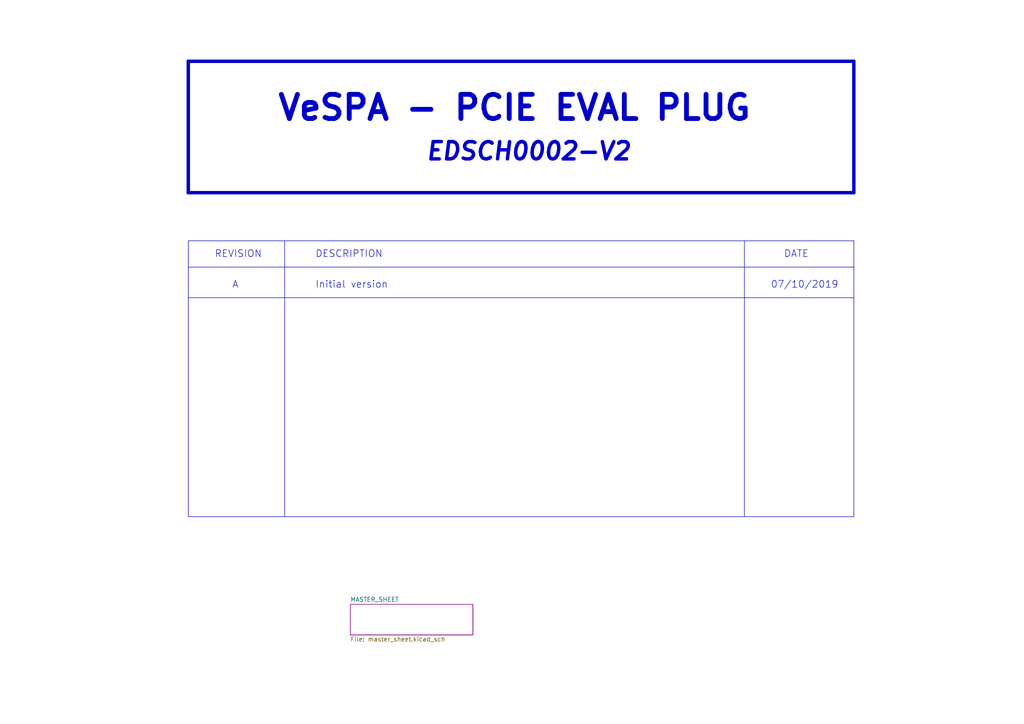
<source format=kicad_sch>
(kicad_sch (version 20200714) (host eeschema "(5.99.0-2858-ga3fc028c9b)")

  (page 1 5)

  (paper "A4")

  (title_block
    (date "07/10/2019")
    (rev "A")
    (comment 2 "VeSPA - PCIe eval plug")
    (comment 3 " ")
    (comment 4 " ")
  )

  (lib_symbols
  )


  (polyline (pts (xy 54.61 17.78) (xy 54.61 55.88))
    (stroke (width 0.9906) (type solid) (color 0 0 0 0))
  )
  (polyline (pts (xy 54.61 55.88) (xy 247.65 55.88))
    (stroke (width 0.9906) (type solid) (color 0 0 0 0))
  )
  (polyline (pts (xy 54.61 69.85) (xy 54.61 149.86))
    (stroke (width 0) (type solid) (color 0 0 0 0))
  )
  (polyline (pts (xy 54.61 69.85) (xy 247.65 69.85))
    (stroke (width 0) (type solid) (color 0 0 0 0))
  )
  (polyline (pts (xy 54.61 149.86) (xy 247.65 149.86))
    (stroke (width 0) (type solid) (color 0 0 0 0))
  )
  (polyline (pts (xy 82.55 69.85) (xy 82.55 149.86))
    (stroke (width 0) (type solid) (color 0 0 0 0))
  )
  (polyline (pts (xy 215.9 69.85) (xy 215.9 149.86))
    (stroke (width 0) (type solid) (color 0 0 0 0))
  )
  (polyline (pts (xy 247.65 17.78) (xy 54.61 17.78))
    (stroke (width 0.9906) (type solid) (color 0 0 0 0))
  )
  (polyline (pts (xy 247.65 55.88) (xy 247.65 17.78))
    (stroke (width 0.9906) (type solid) (color 0 0 0 0))
  )
  (polyline (pts (xy 247.65 69.85) (xy 247.65 149.86))
    (stroke (width 0) (type solid) (color 0 0 0 0))
  )
  (polyline (pts (xy 247.65 77.47) (xy 54.61 77.47))
    (stroke (width 0) (type solid) (color 0 0 0 0))
  )
  (polyline (pts (xy 247.65 86.36) (xy 54.61 86.36))
    (stroke (width 0) (type solid) (color 0 0 0 0))
  )

  (text "REVISION" (at 62.23 74.93 0)
    (effects (font (size 2.0066 2.0066)) (justify left bottom))
  )
  (text "A" (at 67.31 83.82 0)
    (effects (font (size 2.007 2.007)) (justify left bottom))
  )
  (text "VeSPA - PCIE EVAL PLUG" (at 80.01 35.56 0)
    (effects (font (size 7.0104 7.0104) (thickness 1.4021) bold) (justify left bottom))
  )
  (text "DESCRIPTION" (at 91.44 74.93 0)
    (effects (font (size 2.0066 2.0066)) (justify left bottom))
  )
  (text "Initial version" (at 91.44 83.82 0)
    (effects (font (size 2.007 2.007)) (justify left bottom))
  )
  (text "EDSCH0002-V2" (at 123.19 46.99 0)
    (effects (font (size 5.0038 5.0038) (thickness 1.0008) bold italic) (justify left bottom))
  )
  (text "07/10/2019" (at 223.52 83.82 0)
    (effects (font (size 2.007 2.007)) (justify left bottom))
  )
  (text "DATE" (at 227.33 74.93 0)
    (effects (font (size 2.0066 2.0066)) (justify left bottom))
  )

  (sheet (at 101.6 175.26) (size 35.56 8.89)
    (stroke (width 0) (type solid) (color 132 0 132 1))
    (fill (color 255 255 255 0.0000))
    (uuid 00000000-0000-0000-0000-00005dbd2ae3)
    (property "Sheet name" "MASTER_SHEET" (id 0) (at 101.6 174.6245 0)
      (effects (font (size 1.27 1.27)) (justify left bottom))
    )
    (property "Sheet file" "master_sheet.kicad_sch" (id 1) (at 101.6 184.6585 0)
      (effects (font (size 1.27 1.27)) (justify left top))
    )
  )

  (symbol_instances
    (path "/00000000-0000-0000-0000-00005dbd2ae3/00000000-0000-0000-0000-00005dbd2b73/00000000-0000-0000-0000-00005dc4f4f5"
      (reference "#PWR01") (unit 1)
    )
    (path "/00000000-0000-0000-0000-00005dbd2ae3/00000000-0000-0000-0000-00005dbd2b73/00000000-0000-0000-0000-00005dd53416"
      (reference "#PWR02") (unit 1)
    )
    (path "/00000000-0000-0000-0000-00005dbd2ae3/00000000-0000-0000-0000-00005dbd2b73/00000000-0000-0000-0000-00005e24c12c"
      (reference "#PWR04") (unit 1)
    )
    (path "/00000000-0000-0000-0000-00005dbd2ae3/00000000-0000-0000-0000-00005dbd2b73/00000000-0000-0000-0000-00005dcaacf9"
      (reference "#PWR05") (unit 1)
    )
    (path "/00000000-0000-0000-0000-00005dbd2ae3/00000000-0000-0000-0000-00005dbd2b73/00000000-0000-0000-0000-00005dcace5f"
      (reference "#PWR06") (unit 1)
    )
    (path "/00000000-0000-0000-0000-00005dbd2ae3/00000000-0000-0000-0000-00005dbd2b73/00000000-0000-0000-0000-00005e3446f3"
      (reference "#PWR031") (unit 1)
    )
    (path "/00000000-0000-0000-0000-00005dbd2ae3/00000000-0000-0000-0000-00005dbd2b73/00000000-0000-0000-0000-00005e33d2e3"
      (reference "#PWR069") (unit 1)
    )
    (path "/00000000-0000-0000-0000-00005dbd2ae3/00000000-0000-0000-0000-00005dbd2b73/00000000-0000-0000-0000-00005e3358eb"
      (reference "D1") (unit 1)
    )
    (path "/00000000-0000-0000-0000-00005dbd2ae3/00000000-0000-0000-0000-00005dbd2b73/00000000-0000-0000-0000-00005e25d34e"
      (reference "J1") (unit 1)
    )
    (path "/00000000-0000-0000-0000-00005dbd2ae3/00000000-0000-0000-0000-00005dbd2b73/00000000-0000-0000-0000-00005e30357b"
      (reference "J3") (unit 1)
    )
    (path "/00000000-0000-0000-0000-00005dbd2ae3/00000000-0000-0000-0000-00005dbd2b73/00000000-0000-0000-0000-00005e1f7029"
      (reference "R38") (unit 1)
    )
    (path "/00000000-0000-0000-0000-00005dbd2ae3/00000000-0000-0000-0000-00005dbd2b73/00000000-0000-0000-0000-00005e3446f5"
      (reference "R39") (unit 1)
    )
    (path "/00000000-0000-0000-0000-00005dbd2ae3/00000000-0000-0000-0000-00005dbd2b73/00000000-0000-0000-0000-00005e33c973"
      (reference "R40") (unit 1)
    )
    (path "/00000000-0000-0000-0000-00005dbd2ae3/00000000-0000-0000-0000-00005dbd2beb/00000000-0000-0000-0000-00005e232642"
      (reference "#PWR07") (unit 1)
    )
    (path "/00000000-0000-0000-0000-00005dbd2ae3/00000000-0000-0000-0000-00005dbd2beb/00000000-0000-0000-0000-00005db322a2"
      (reference "#PWR08") (unit 1)
    )
    (path "/00000000-0000-0000-0000-00005dbd2ae3/00000000-0000-0000-0000-00005dbd2beb/00000000-0000-0000-0000-00005db235ec"
      (reference "#PWR09") (unit 1)
    )
    (path "/00000000-0000-0000-0000-00005dbd2ae3/00000000-0000-0000-0000-00005dbd2beb/00000000-0000-0000-0000-00005db17b41"
      (reference "#PWR010") (unit 1)
    )
    (path "/00000000-0000-0000-0000-00005dbd2ae3/00000000-0000-0000-0000-00005dbd2beb/00000000-0000-0000-0000-00005e232fe1"
      (reference "#PWR011") (unit 1)
    )
    (path "/00000000-0000-0000-0000-00005dbd2ae3/00000000-0000-0000-0000-00005dbd2beb/00000000-0000-0000-0000-00005dbb7b4f"
      (reference "#PWR012") (unit 1)
    )
    (path "/00000000-0000-0000-0000-00005dbd2ae3/00000000-0000-0000-0000-00005dbd2beb/00000000-0000-0000-0000-00005e2335f3"
      (reference "#PWR013") (unit 1)
    )
    (path "/00000000-0000-0000-0000-00005dbd2ae3/00000000-0000-0000-0000-00005dbd2beb/00000000-0000-0000-0000-00005e2354c2"
      (reference "#PWR014") (unit 1)
    )
    (path "/00000000-0000-0000-0000-00005dbd2ae3/00000000-0000-0000-0000-00005dbd2beb/00000000-0000-0000-0000-00005db36ca3"
      (reference "#PWR015") (unit 1)
    )
    (path "/00000000-0000-0000-0000-00005dbd2ae3/00000000-0000-0000-0000-00005dbd2beb/00000000-0000-0000-0000-00005de4a25d"
      (reference "#PWR016") (unit 1)
    )
    (path "/00000000-0000-0000-0000-00005dbd2ae3/00000000-0000-0000-0000-00005dbd2beb/00000000-0000-0000-0000-00005e2363f6"
      (reference "#PWR017") (unit 1)
    )
    (path "/00000000-0000-0000-0000-00005dbd2ae3/00000000-0000-0000-0000-00005dbd2beb/00000000-0000-0000-0000-00005db3fbeb"
      (reference "#PWR018") (unit 1)
    )
    (path "/00000000-0000-0000-0000-00005dbd2ae3/00000000-0000-0000-0000-00005dbd2beb/00000000-0000-0000-0000-00005e233ad1"
      (reference "#PWR019") (unit 1)
    )
    (path "/00000000-0000-0000-0000-00005dbd2ae3/00000000-0000-0000-0000-00005dbd2beb/00000000-0000-0000-0000-00005e23691e"
      (reference "#PWR020") (unit 1)
    )
    (path "/00000000-0000-0000-0000-00005dbd2ae3/00000000-0000-0000-0000-00005dbd2beb/00000000-0000-0000-0000-00005db435aa"
      (reference "#PWR021") (unit 1)
    )
    (path "/00000000-0000-0000-0000-00005dbd2ae3/00000000-0000-0000-0000-00005dbd2beb/00000000-0000-0000-0000-00005dcf032a"
      (reference "#PWR022") (unit 1)
    )
    (path "/00000000-0000-0000-0000-00005dbd2ae3/00000000-0000-0000-0000-00005dbd2beb/00000000-0000-0000-0000-00005e2340c0"
      (reference "#PWR023") (unit 1)
    )
    (path "/00000000-0000-0000-0000-00005dbd2ae3/00000000-0000-0000-0000-00005dbd2beb/00000000-0000-0000-0000-00005dcf02dc"
      (reference "#PWR024") (unit 1)
    )
    (path "/00000000-0000-0000-0000-00005dbd2ae3/00000000-0000-0000-0000-00005dbd2beb/00000000-0000-0000-0000-00005e236ccc"
      (reference "#PWR025") (unit 1)
    )
    (path "/00000000-0000-0000-0000-00005dbd2ae3/00000000-0000-0000-0000-00005dbd2beb/00000000-0000-0000-0000-00005db44b19"
      (reference "#PWR026") (unit 1)
    )
    (path "/00000000-0000-0000-0000-00005dbd2ae3/00000000-0000-0000-0000-00005dbd2beb/00000000-0000-0000-0000-00005e23469f"
      (reference "#PWR027") (unit 1)
    )
    (path "/00000000-0000-0000-0000-00005dbd2ae3/00000000-0000-0000-0000-00005dbd2beb/00000000-0000-0000-0000-00005dcf030c"
      (reference "#PWR028") (unit 1)
    )
    (path "/00000000-0000-0000-0000-00005dbd2ae3/00000000-0000-0000-0000-00005dbd2beb/00000000-0000-0000-0000-00005e23aeb3"
      (reference "C1") (unit 1)
    )
    (path "/00000000-0000-0000-0000-00005dbd2ae3/00000000-0000-0000-0000-00005dbd2beb/00000000-0000-0000-0000-00005e23d36c"
      (reference "C2") (unit 1)
    )
    (path "/00000000-0000-0000-0000-00005dbd2ae3/00000000-0000-0000-0000-00005dbd2beb/00000000-0000-0000-0000-00005e23db4b"
      (reference "C3") (unit 1)
    )
    (path "/00000000-0000-0000-0000-00005dbd2ae3/00000000-0000-0000-0000-00005dbd2beb/00000000-0000-0000-0000-00005e23db5b"
      (reference "C4") (unit 1)
    )
    (path "/00000000-0000-0000-0000-00005dbd2ae3/00000000-0000-0000-0000-00005dbd2beb/00000000-0000-0000-0000-00005e23ea75"
      (reference "C5") (unit 1)
    )
    (path "/00000000-0000-0000-0000-00005dbd2ae3/00000000-0000-0000-0000-00005dbd2beb/00000000-0000-0000-0000-00005e23ea95"
      (reference "C6") (unit 1)
    )
    (path "/00000000-0000-0000-0000-00005dbd2ae3/00000000-0000-0000-0000-00005dbd2beb/00000000-0000-0000-0000-00005e23ea65"
      (reference "C7") (unit 1)
    )
    (path "/00000000-0000-0000-0000-00005dbd2ae3/00000000-0000-0000-0000-00005dbd2beb/00000000-0000-0000-0000-00005e23ea85"
      (reference "C8") (unit 1)
    )
    (path "/00000000-0000-0000-0000-00005dbd2ae3/00000000-0000-0000-0000-00005dbd2beb/00000000-0000-0000-0000-00005e238620"
      (reference "C9") (unit 1)
    )
    (path "/00000000-0000-0000-0000-00005dbd2ae3/00000000-0000-0000-0000-00005dbd2beb/00000000-0000-0000-0000-00005e238c16"
      (reference "C10") (unit 1)
    )
    (path "/00000000-0000-0000-0000-00005dbd2ae3/00000000-0000-0000-0000-00005dbd2beb/00000000-0000-0000-0000-00005e237bb9"
      (reference "C11") (unit 1)
    )
    (path "/00000000-0000-0000-0000-00005dbd2ae3/00000000-0000-0000-0000-00005dbd2beb/00000000-0000-0000-0000-00005e2391b6"
      (reference "C12") (unit 1)
    )
    (path "/00000000-0000-0000-0000-00005dbd2ae3/00000000-0000-0000-0000-00005dbd2beb/00000000-0000-0000-0000-00005e2391a6"
      (reference "C13") (unit 1)
    )
    (path "/00000000-0000-0000-0000-00005dbd2ae3/00000000-0000-0000-0000-00005dbd2beb/00000000-0000-0000-0000-00005e2391c6"
      (reference "C14") (unit 1)
    )
    (path "/00000000-0000-0000-0000-00005dbd2ae3/00000000-0000-0000-0000-00005dbd2beb/00000000-0000-0000-0000-00005e242fd9"
      (reference "C15") (unit 1)
    )
    (path "/00000000-0000-0000-0000-00005dbd2ae3/00000000-0000-0000-0000-00005dbd2beb/00000000-0000-0000-0000-00005e241646"
      (reference "C16") (unit 1)
    )
    (path "/00000000-0000-0000-0000-00005dbd2ae3/00000000-0000-0000-0000-00005dbd2beb/00000000-0000-0000-0000-00005e2438ed"
      (reference "R1") (unit 1)
    )
    (path "/00000000-0000-0000-0000-00005dbd2ae3/00000000-0000-0000-0000-00005dbd2beb/00000000-0000-0000-0000-00005e244941"
      (reference "R2") (unit 1)
    )
    (path "/00000000-0000-0000-0000-00005dbd2ae3/00000000-0000-0000-0000-00005dbd2beb/00000000-0000-0000-0000-00005e3446f1"
      (reference "R3") (unit 1)
    )
    (path "/00000000-0000-0000-0000-00005dbd2ae3/00000000-0000-0000-0000-00005dbd2beb/00000000-0000-0000-0000-00005e2466ad"
      (reference "R4") (unit 1)
    )
    (path "/00000000-0000-0000-0000-00005dbd2ae3/00000000-0000-0000-0000-00005dbd2beb/00000000-0000-0000-0000-00005e2466bc"
      (reference "R5") (unit 1)
    )
    (path "/00000000-0000-0000-0000-00005dbd2ae3/00000000-0000-0000-0000-00005dbd2beb/00000000-0000-0000-0000-00005e247f89"
      (reference "R6") (unit 1)
    )
    (path "/00000000-0000-0000-0000-00005dbd2ae3/00000000-0000-0000-0000-00005dbd2beb/00000000-0000-0000-0000-00005e247f7a"
      (reference "R7") (unit 1)
    )
    (path "/00000000-0000-0000-0000-00005dbd2ae3/00000000-0000-0000-0000-00005dbd2beb/00000000-0000-0000-0000-00005e248c1c"
      (reference "R8") (unit 1)
    )
    (path "/00000000-0000-0000-0000-00005dbd2ae3/00000000-0000-0000-0000-00005dbd2beb/00000000-0000-0000-0000-00005e248c0d"
      (reference "R9") (unit 1)
    )
    (path "/00000000-0000-0000-0000-00005dbd2ae3/00000000-0000-0000-0000-00005dbd2beb/00000000-0000-0000-0000-00005e22ad1e"
      (reference "U1") (unit 1)
    )
    (path "/00000000-0000-0000-0000-00005dbd2ae3/00000000-0000-0000-0000-00005e208d07/00000000-0000-0000-0000-00005e233429"
      (reference "#PWR029") (unit 1)
    )
    (path "/00000000-0000-0000-0000-00005dbd2ae3/00000000-0000-0000-0000-00005e208d07/00000000-0000-0000-0000-00005e2dfd74"
      (reference "#PWR030") (unit 1)
    )
    (path "/00000000-0000-0000-0000-00005dbd2ae3/00000000-0000-0000-0000-00005e208d07/00000000-0000-0000-0000-00005e1e4283"
      (reference "#PWR032") (unit 1)
    )
    (path "/00000000-0000-0000-0000-00005dbd2ae3/00000000-0000-0000-0000-00005e208d07/00000000-0000-0000-0000-00005e1f7afe"
      (reference "#PWR033") (unit 1)
    )
    (path "/00000000-0000-0000-0000-00005dbd2ae3/00000000-0000-0000-0000-00005e208d07/00000000-0000-0000-0000-00005e1e830f"
      (reference "#PWR034") (unit 1)
    )
    (path "/00000000-0000-0000-0000-00005dbd2ae3/00000000-0000-0000-0000-00005e208d07/00000000-0000-0000-0000-00005e1f2372"
      (reference "#PWR035") (unit 1)
    )
    (path "/00000000-0000-0000-0000-00005dbd2ae3/00000000-0000-0000-0000-00005e208d07/00000000-0000-0000-0000-00005e1f309b"
      (reference "#PWR036") (unit 1)
    )
    (path "/00000000-0000-0000-0000-00005dbd2ae3/00000000-0000-0000-0000-00005e208d07/00000000-0000-0000-0000-00005e1f37ac"
      (reference "#PWR037") (unit 1)
    )
    (path "/00000000-0000-0000-0000-00005dbd2ae3/00000000-0000-0000-0000-00005e208d07/00000000-0000-0000-0000-00005e1fb481"
      (reference "#PWR038") (unit 1)
    )
    (path "/00000000-0000-0000-0000-00005dbd2ae3/00000000-0000-0000-0000-00005e208d07/00000000-0000-0000-0000-00005e1fbb19"
      (reference "#PWR039") (unit 1)
    )
    (path "/00000000-0000-0000-0000-00005dbd2ae3/00000000-0000-0000-0000-00005e208d07/00000000-0000-0000-0000-00005e1fff86"
      (reference "#PWR040") (unit 1)
    )
    (path "/00000000-0000-0000-0000-00005dbd2ae3/00000000-0000-0000-0000-00005e208d07/00000000-0000-0000-0000-00005e1f62b7"
      (reference "#PWR041") (unit 1)
    )
    (path "/00000000-0000-0000-0000-00005dbd2ae3/00000000-0000-0000-0000-00005e208d07/00000000-0000-0000-0000-00005e1f0df2"
      (reference "#PWR042") (unit 1)
    )
    (path "/00000000-0000-0000-0000-00005dbd2ae3/00000000-0000-0000-0000-00005e208d07/00000000-0000-0000-0000-00005e1f73ff"
      (reference "#PWR043") (unit 1)
    )
    (path "/00000000-0000-0000-0000-00005dbd2ae3/00000000-0000-0000-0000-00005e208d07/00000000-0000-0000-0000-00005e1fbb26"
      (reference "#PWR044") (unit 1)
    )
    (path "/00000000-0000-0000-0000-00005dbd2ae3/00000000-0000-0000-0000-00005e208d07/00000000-0000-0000-0000-00005e1f7fe4"
      (reference "#PWR045") (unit 1)
    )
    (path "/00000000-0000-0000-0000-00005dbd2ae3/00000000-0000-0000-0000-00005e208d07/00000000-0000-0000-0000-00005e1fff93"
      (reference "#PWR046") (unit 1)
    )
    (path "/00000000-0000-0000-0000-00005dbd2ae3/00000000-0000-0000-0000-00005e208d07/00000000-0000-0000-0000-00005e1f5861"
      (reference "#PWR047") (unit 1)
    )
    (path "/00000000-0000-0000-0000-00005dbd2ae3/00000000-0000-0000-0000-00005e208d07/00000000-0000-0000-0000-00005e1f820b"
      (reference "#PWR048") (unit 1)
    )
    (path "/00000000-0000-0000-0000-00005dbd2ae3/00000000-0000-0000-0000-00005e208d07/00000000-0000-0000-0000-00005e1f7761"
      (reference "#PWR049") (unit 1)
    )
    (path "/00000000-0000-0000-0000-00005dbd2ae3/00000000-0000-0000-0000-00005e208d07/00000000-0000-0000-0000-00005e1fbb6d"
      (reference "#PWR050") (unit 1)
    )
    (path "/00000000-0000-0000-0000-00005dbd2ae3/00000000-0000-0000-0000-00005e208d07/00000000-0000-0000-0000-00005e1f8370"
      (reference "#PWR051") (unit 1)
    )
    (path "/00000000-0000-0000-0000-00005dbd2ae3/00000000-0000-0000-0000-00005e208d07/00000000-0000-0000-0000-00005e1fffda"
      (reference "#PWR052") (unit 1)
    )
    (path "/00000000-0000-0000-0000-00005dbd2ae3/00000000-0000-0000-0000-00005e208d07/00000000-0000-0000-0000-00005e1fd2f3"
      (reference "#PWR053") (unit 1)
    )
    (path "/00000000-0000-0000-0000-00005dbd2ae3/00000000-0000-0000-0000-00005e208d07/00000000-0000-0000-0000-00005e1defa1"
      (reference "#PWR054") (unit 1)
    )
    (path "/00000000-0000-0000-0000-00005dbd2ae3/00000000-0000-0000-0000-00005e208d07/00000000-0000-0000-0000-00005e1fdcc4"
      (reference "#PWR055") (unit 1)
    )
    (path "/00000000-0000-0000-0000-00005dbd2ae3/00000000-0000-0000-0000-00005e208d07/00000000-0000-0000-0000-00005e1e2d09"
      (reference "#PWR056") (unit 1)
    )
    (path "/00000000-0000-0000-0000-00005dbd2ae3/00000000-0000-0000-0000-00005e208d07/00000000-0000-0000-0000-00005e1f9b38"
      (reference "#PWR057") (unit 1)
    )
    (path "/00000000-0000-0000-0000-00005dbd2ae3/00000000-0000-0000-0000-00005e208d07/00000000-0000-0000-0000-00005e1e2bdf"
      (reference "#PWR058") (unit 1)
    )
    (path "/00000000-0000-0000-0000-00005dbd2ae3/00000000-0000-0000-0000-00005e208d07/00000000-0000-0000-0000-00005e1fab8e"
      (reference "#PWR059") (unit 1)
    )
    (path "/00000000-0000-0000-0000-00005dbd2ae3/00000000-0000-0000-0000-00005e208d07/00000000-0000-0000-0000-00005e20f1f6"
      (reference "#PWR060") (unit 1)
    )
    (path "/00000000-0000-0000-0000-00005dbd2ae3/00000000-0000-0000-0000-00005e208d07/00000000-0000-0000-0000-00005e1fd877"
      (reference "#PWR061") (unit 1)
    )
    (path "/00000000-0000-0000-0000-00005dbd2ae3/00000000-0000-0000-0000-00005e208d07/00000000-0000-0000-0000-00005e1fa5c9"
      (reference "#PWR062") (unit 1)
    )
    (path "/00000000-0000-0000-0000-00005dbd2ae3/00000000-0000-0000-0000-00005e208d07/00000000-0000-0000-0000-00005e1e3476"
      (reference "#PWR063") (unit 1)
    )
    (path "/00000000-0000-0000-0000-00005dbd2ae3/00000000-0000-0000-0000-00005e208d07/00000000-0000-0000-0000-00005e1fbdbf"
      (reference "#PWR064") (unit 1)
    )
    (path "/00000000-0000-0000-0000-00005dbd2ae3/00000000-0000-0000-0000-00005e208d07/00000000-0000-0000-0000-00005e209da3"
      (reference "#PWR065") (unit 1)
    )
    (path "/00000000-0000-0000-0000-00005dbd2ae3/00000000-0000-0000-0000-00005e208d07/00000000-0000-0000-0000-00005e1fc2bd"
      (reference "#PWR066") (unit 1)
    )
    (path "/00000000-0000-0000-0000-00005dbd2ae3/00000000-0000-0000-0000-00005e208d07/00000000-0000-0000-0000-00005e20a3fa"
      (reference "#PWR067") (unit 1)
    )
    (path "/00000000-0000-0000-0000-00005dbd2ae3/00000000-0000-0000-0000-00005e208d07/00000000-0000-0000-0000-00005e1f6e7d"
      (reference "#PWR0101") (unit 1)
    )
    (path "/00000000-0000-0000-0000-00005dbd2ae3/00000000-0000-0000-0000-00005e208d07/00000000-0000-0000-0000-00005e252321"
      (reference "C17") (unit 1)
    )
    (path "/00000000-0000-0000-0000-00005dbd2ae3/00000000-0000-0000-0000-00005e208d07/00000000-0000-0000-0000-00005e25194a"
      (reference "C18") (unit 1)
    )
    (path "/00000000-0000-0000-0000-00005dbd2ae3/00000000-0000-0000-0000-00005e208d07/00000000-0000-0000-0000-00005e259e4f"
      (reference "C19") (unit 1)
    )
    (path "/00000000-0000-0000-0000-00005dbd2ae3/00000000-0000-0000-0000-00005e208d07/00000000-0000-0000-0000-00005e2535e5"
      (reference "C20") (unit 1)
    )
    (path "/00000000-0000-0000-0000-00005dbd2ae3/00000000-0000-0000-0000-00005e208d07/00000000-0000-0000-0000-00005e253c2e"
      (reference "C21") (unit 1)
    )
    (path "/00000000-0000-0000-0000-00005dbd2ae3/00000000-0000-0000-0000-00005e208d07/00000000-0000-0000-0000-00005e259e50"
      (reference "C22") (unit 1)
    )
    (path "/00000000-0000-0000-0000-00005dbd2ae3/00000000-0000-0000-0000-00005e208d07/00000000-0000-0000-0000-00005e256897"
      (reference "C23") (unit 1)
    )
    (path "/00000000-0000-0000-0000-00005dbd2ae3/00000000-0000-0000-0000-00005e208d07/00000000-0000-0000-0000-00005e256e81"
      (reference "C24") (unit 1)
    )
    (path "/00000000-0000-0000-0000-00005dbd2ae3/00000000-0000-0000-0000-00005e208d07/00000000-0000-0000-0000-00005e257510"
      (reference "C25") (unit 1)
    )
    (path "/00000000-0000-0000-0000-00005dbd2ae3/00000000-0000-0000-0000-00005e208d07/00000000-0000-0000-0000-00005e2dfd82"
      (reference "J4") (unit 1)
    )
    (path "/00000000-0000-0000-0000-00005dbd2ae3/00000000-0000-0000-0000-00005e208d07/00000000-0000-0000-0000-00005e1e4291"
      (reference "J5") (unit 1)
    )
    (path "/00000000-0000-0000-0000-00005dbd2ae3/00000000-0000-0000-0000-00005e208d07/00000000-0000-0000-0000-00005e1e831d"
      (reference "J6") (unit 1)
    )
    (path "/00000000-0000-0000-0000-00005dbd2ae3/00000000-0000-0000-0000-00005e208d07/00000000-0000-0000-0000-00005e304537"
      (reference "J7") (unit 1)
    )
    (path "/00000000-0000-0000-0000-00005dbd2ae3/00000000-0000-0000-0000-00005e208d07/00000000-0000-0000-0000-00005e309356"
      (reference "J8") (unit 1)
    )
    (path "/00000000-0000-0000-0000-00005dbd2ae3/00000000-0000-0000-0000-00005e208d07/00000000-0000-0000-0000-00005e2dfd5e"
      (reference "R10") (unit 1)
    )
    (path "/00000000-0000-0000-0000-00005dbd2ae3/00000000-0000-0000-0000-00005e208d07/00000000-0000-0000-0000-00005e1e4271"
      (reference "R11") (unit 1)
    )
    (path "/00000000-0000-0000-0000-00005dbd2ae3/00000000-0000-0000-0000-00005e208d07/00000000-0000-0000-0000-00005e1e82fd"
      (reference "R12") (unit 1)
    )
    (path "/00000000-0000-0000-0000-00005dbd2ae3/00000000-0000-0000-0000-00005e208d07/00000000-0000-0000-0000-00005e1f0e0f"
      (reference "R13") (unit 1)
    )
    (path "/00000000-0000-0000-0000-00005dbd2ae3/00000000-0000-0000-0000-00005e208d07/00000000-0000-0000-0000-00005e1f0e1e"
      (reference "R14") (unit 1)
    )
    (path "/00000000-0000-0000-0000-00005dbd2ae3/00000000-0000-0000-0000-00005e208d07/00000000-0000-0000-0000-00005e1fbb42"
      (reference "R15") (unit 1)
    )
    (path "/00000000-0000-0000-0000-00005dbd2ae3/00000000-0000-0000-0000-00005e208d07/00000000-0000-0000-0000-00005e1fbb51"
      (reference "R16") (unit 1)
    )
    (path "/00000000-0000-0000-0000-00005dbd2ae3/00000000-0000-0000-0000-00005e208d07/00000000-0000-0000-0000-00005e1fffaf"
      (reference "R17") (unit 1)
    )
    (path "/00000000-0000-0000-0000-00005dbd2ae3/00000000-0000-0000-0000-00005e208d07/00000000-0000-0000-0000-00005e1fffbe"
      (reference "R18") (unit 1)
    )
    (path "/00000000-0000-0000-0000-00005dbd2ae3/00000000-0000-0000-0000-00005e208d07/00000000-0000-0000-0000-00005e1f5dc4"
      (reference "R19") (unit 1)
    )
    (path "/00000000-0000-0000-0000-00005dbd2ae3/00000000-0000-0000-0000-00005e208d07/00000000-0000-0000-0000-00005e1f821a"
      (reference "R20") (unit 1)
    )
    (path "/00000000-0000-0000-0000-00005dbd2ae3/00000000-0000-0000-0000-00005e208d07/00000000-0000-0000-0000-00005e1fbb60"
      (reference "R21") (unit 1)
    )
    (path "/00000000-0000-0000-0000-00005dbd2ae3/00000000-0000-0000-0000-00005e208d07/00000000-0000-0000-0000-00005e1fbb7c"
      (reference "R22") (unit 1)
    )
    (path "/00000000-0000-0000-0000-00005dbd2ae3/00000000-0000-0000-0000-00005e208d07/00000000-0000-0000-0000-00005e1fffcd"
      (reference "R23") (unit 1)
    )
    (path "/00000000-0000-0000-0000-00005dbd2ae3/00000000-0000-0000-0000-00005e208d07/00000000-0000-0000-0000-00005e1fffe9"
      (reference "R24") (unit 1)
    )
    (path "/00000000-0000-0000-0000-00005dbd2ae3/00000000-0000-0000-0000-00005e208d07/00000000-0000-0000-0000-00005e257d3e"
      (reference "R25") (unit 1)
    )
    (path "/00000000-0000-0000-0000-00005dbd2ae3/00000000-0000-0000-0000-00005e208d07/00000000-0000-0000-0000-00005e1e9bb8"
      (reference "R26") (unit 1)
    )
    (path "/00000000-0000-0000-0000-00005dbd2ae3/00000000-0000-0000-0000-00005e208d07/00000000-0000-0000-0000-00005e1eb3d2"
      (reference "R27") (unit 1)
    )
    (path "/00000000-0000-0000-0000-00005dbd2ae3/00000000-0000-0000-0000-00005e208d07/00000000-0000-0000-0000-00005e1eccc8"
      (reference "R28") (unit 1)
    )
    (path "/00000000-0000-0000-0000-00005dbd2ae3/00000000-0000-0000-0000-00005e208d07/00000000-0000-0000-0000-00005e1eccd7"
      (reference "R29") (unit 1)
    )
    (path "/00000000-0000-0000-0000-00005dbd2ae3/00000000-0000-0000-0000-00005e208d07/00000000-0000-0000-0000-00005e1fe05b"
      (reference "R30") (unit 1)
    )
    (path "/00000000-0000-0000-0000-00005dbd2ae3/00000000-0000-0000-0000-00005e208d07/00000000-0000-0000-0000-00005e1fe04c"
      (reference "R31") (unit 1)
    )
    (path "/00000000-0000-0000-0000-00005dbd2ae3/00000000-0000-0000-0000-00005e208d07/00000000-0000-0000-0000-00005e2060b0"
      (reference "R32") (unit 1)
    )
    (path "/00000000-0000-0000-0000-00005dbd2ae3/00000000-0000-0000-0000-00005e208d07/00000000-0000-0000-0000-00005e208b56"
      (reference "R33") (unit 1)
    )
    (path "/00000000-0000-0000-0000-00005dbd2ae3/00000000-0000-0000-0000-00005e208d07/00000000-0000-0000-0000-00005e20713d"
      (reference "R34") (unit 1)
    )
    (path "/00000000-0000-0000-0000-00005dbd2ae3/00000000-0000-0000-0000-00005e208d07/00000000-0000-0000-0000-00005e2068d1"
      (reference "R35") (unit 1)
    )
    (path "/00000000-0000-0000-0000-00005dbd2ae3/00000000-0000-0000-0000-00005e208d07/00000000-0000-0000-0000-00005e2ef19b"
      (reference "R36") (unit 1)
    )
    (path "/00000000-0000-0000-0000-00005dbd2ae3/00000000-0000-0000-0000-00005e208d07/00000000-0000-0000-0000-00005e1fa6fe"
      (reference "R37") (unit 1)
    )
    (path "/00000000-0000-0000-0000-00005dbd2ae3/00000000-0000-0000-0000-00005e208d07/00000000-0000-0000-0000-00005e1e03fa"
      (reference "U2") (unit 1)
    )
    (path "/00000000-0000-0000-0000-00005dbd2ae3/00000000-0000-0000-0000-00005e208d07/00000000-0000-0000-0000-00005e1e0ce1"
      (reference "U3") (unit 1)
    )
    (path "/00000000-0000-0000-0000-00005dbd2ae3/00000000-0000-0000-0000-00005e208d07/00000000-0000-0000-0000-00005e1e186e"
      (reference "U4") (unit 1)
    )
    (path "/00000000-0000-0000-0000-00005dbd2ae3/00000000-0000-0000-0000-00005e208d07/00000000-0000-0000-0000-00005e1eba53"
      (reference "U5") (unit 1)
    )
  )
)

</source>
